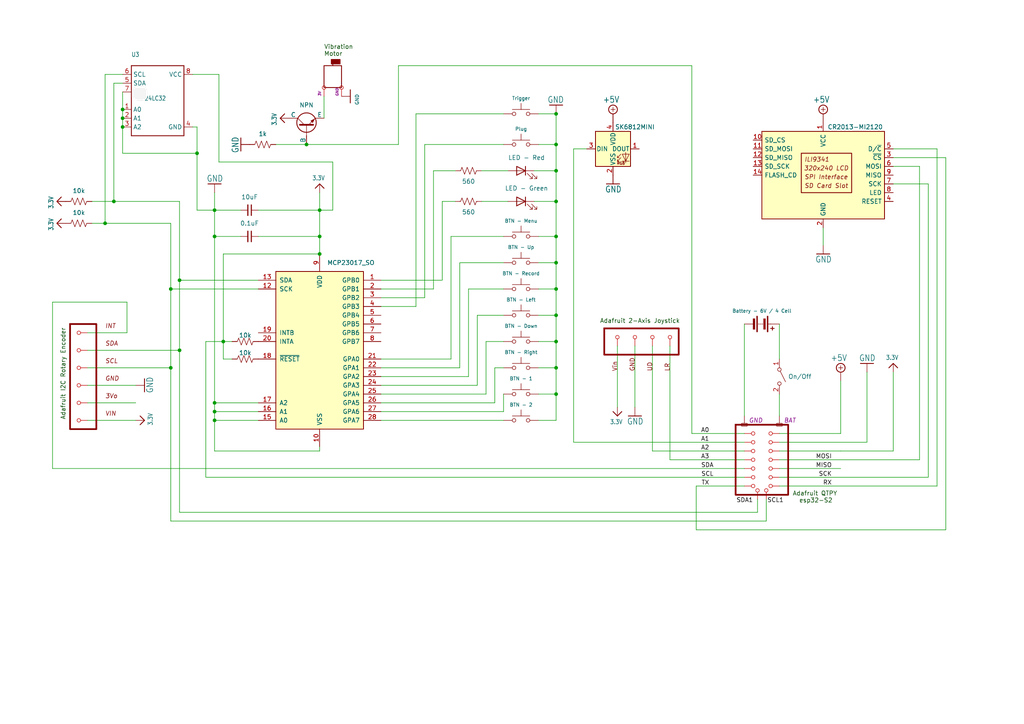
<source format=kicad_sch>
(kicad_sch (version 20230121) (generator eeschema)
  (paper "A4")
  (title_block (title "Wattson Heirloom") (date "2024-03-12") (rev "X") (company "Zane Bauman") (comment 1 "https://github.com/zbauman3/wattson-heirloom"))
  (lib_symbols
    (symbol "Adafruit HaD Proto HAT rev A-eagle-import:EEPROM_I2C_SOIC8_GENERIC"
      (property "Reference" "U" (at -7.62 12.7 0))
      (symbol "EEPROM_I2C_SOIC8_GENERIC_1_0"
        (polyline (pts (xy -7.62 -10.16) (xy -7.62 10.16)) (stroke (width 0.254)))
        (polyline (pts (xy -7.62 10.16) (xy 7.62 10.16)) (stroke (width 0.254)))
        (polyline (pts (xy 7.62 -10.16) (xy -7.62 -10.16)) (stroke (width 0.254)))
        (polyline (pts (xy 7.62 10.16) (xy 7.62 -10.16)) (stroke (width 0.254)))
        (pin input line (at -10.16 -2.54 0) (length 2.54) (name "A0") (number "1"))
        (pin input line (at -10.16 -5.08 0) (length 2.54) (name "A1") (number "2"))
        (pin input line (at -10.16 -7.62 0) (length 2.54) (name "A2") (number "3"))
        (pin power_in line (at 10.16 -7.62 180) (length 2.54) (name "GND") (number "4"))
        (pin bidirectional line (at -10.16 5.08 0) (length 2.54) (name "SDA") (number "5"))
        (pin input line (at -10.16 7.62 0) (length 2.54) (name "SCL") (number "6"))
        (pin input line (at -10.16 2.54 0) (length 2.54) (name "WP") (number "7"))
        (pin power_in line (at 10.16 7.62 180) (length 2.54) (name "VCC") (number "8"))
      )
    )
    (symbol "Adafruit QT Py ESP32-C3-eagle-import:+5V" (power)
      (property "Value" "+5V" (at -1.905 3.175 0))
      (symbol "+5V_1_0"
        (polyline (pts (xy -0.635 1.27) (xy 0.635 1.27)) (stroke (width 0.1524)))
        (polyline (pts (xy 0 0.635) (xy 0 1.905)) (stroke (width 0.1524)))
        (circle (center 0 1.27) (radius 1.27) (stroke (width 0.254)))
        (pin power_in line (at 0 -2.54 90) (length 2.54) (name "+5V") (number "1"))
      )
    )
    (symbol "Adafruit QT Py ESP32-C3-eagle-import:3.3V" (power)
      (property "Value" "3.3V" (at -1.524 1.016 0))
      (symbol "3.3V_1_0"
        (polyline (pts (xy -1.27 -1.27) (xy 0 0)) (stroke (width 0.254)))
        (polyline (pts (xy 0 0) (xy 1.27 -1.27)) (stroke (width 0.254)))
        (pin power_in line (at 0 -2.54 90) (length 2.54) (name "3.3V") (number "1"))
      )
    )
    (symbol "Adafruit QT Py ESP32-C3-eagle-import:GND" (power)
      (property "Value" "GND" (at -2.54 -2.54 0))
      (symbol "GND_1_0"
        (polyline (pts (xy -1.905 0) (xy 1.905 0)) (stroke (width 0.254)))
        (pin power_in line (at 0 2.54 270) (length 2.54) (name "GND") (number "1"))
      )
    )
    (symbol "Device:Battery" (pin_numbers hide) (pin_names (offset 0) hide)
      (property "Reference" "BT" (at 2.54 2.54 0))
      (property "Value" "Battery" (at 2.54 0 0))
      (symbol "Battery_0_1"
        (rectangle (start -2.286 -1.27) (end 2.286 -1.524) (fill (type outline)))
        (rectangle (start -2.286 1.778) (end 2.286 1.524) (fill (type outline)))
        (rectangle (start -1.524 -2.032) (end 1.524 -2.54) (fill (type outline)))
        (rectangle (start -1.524 1.016) (end 1.524 0.508) (fill (type outline)))
        (polyline (pts (xy 0 -1.016) (xy 0 -0.762)))
        (polyline (pts (xy 0 -0.508) (xy 0 -0.254)))
        (polyline (pts (xy 0 0) (xy 0 0.254)))
        (polyline (pts (xy 0 1.778) (xy 0 2.54)))
        (polyline (pts (xy 0.762 3.048) (xy 1.778 3.048)) (stroke (width 0.254)))
        (polyline (pts (xy 1.27 3.556) (xy 1.27 2.54)) (stroke (width 0.254)))
      )
      (symbol "Battery_1_1"
        (pin passive line (at 0 5.08 270) (length 2.54) (name "+") (number "1"))
        (pin passive line (at 0 -5.08 90) (length 2.54) (name "-") (number "2"))
      )
    )
    (symbol "Device:C_Small" (pin_numbers hide) (pin_names (offset 0.254) hide)
      (property "Reference" "C" (at 0.254 1.778 0))
      (property "Value" "C_Small" (at 0.254 -2.032 0))
      (symbol "C_Small_0_1"
        (polyline (pts (xy -1.524 -0.508) (xy 1.524 -0.508)) (stroke (width 0.3302)))
        (polyline (pts (xy -1.524 0.508) (xy 1.524 0.508)) (stroke (width 0.3048)))
      )
      (symbol "C_Small_1_1"
        (pin passive line (at 0 2.54 270) (length 2.032) (name "~") (number "1"))
        (pin passive line (at 0 -2.54 90) (length 2.032) (name "~") (number "2"))
      )
    )
    (symbol "Device:LED" (pin_numbers hide) (pin_names (offset 1.016) hide)
      (property "Reference" "D" (at 0 2.54 0))
      (property "Value" "LED" (at 0 -2.54 0))
      (symbol "LED_0_1"
        (polyline (pts (xy -1.27 -1.27) (xy -1.27 1.27)) (stroke (width 0.254)))
        (polyline (pts (xy -1.27 0) (xy 1.27 0)))
        (polyline (pts (xy 1.27 -1.27) (xy 1.27 1.27) (xy -1.27 0) (xy 1.27 -1.27)) (stroke (width 0.254)))
        (polyline (pts (xy -3.048 -0.762) (xy -4.572 -2.286) (xy -3.81 -2.286) (xy -4.572 -2.286) (xy -4.572 -1.524)))
        (polyline (pts (xy -1.778 -0.762) (xy -3.302 -2.286) (xy -2.54 -2.286) (xy -3.302 -2.286) (xy -3.302 -1.524)))
      )
      (symbol "LED_1_1"
        (pin passive line (at -3.81 0 0) (length 2.54) (name "K") (number "1"))
        (pin passive line (at 3.81 0 180) (length 2.54) (name "A") (number "2"))
      )
    )
    (symbol "Device:R_US" (pin_numbers hide) (pin_names (offset 0))
      (property "Reference" "R" (at 2.54 0 90))
      (property "Value" "R_US" (at -2.54 0 90))
      (symbol "R_US_0_1"
        (polyline (pts (xy 0 -2.286) (xy 0 -2.54)))
        (polyline (pts (xy 0 2.286) (xy 0 2.54)))
        (polyline (pts (xy 0 -0.762) (xy 1.016 -1.143) (xy 0 -1.524) (xy -1.016 -1.905) (xy 0 -2.286)))
        (polyline (pts (xy 0 0.762) (xy 1.016 0.381) (xy 0 0) (xy -1.016 -0.381) (xy 0 -0.762)))
        (polyline (pts (xy 0 2.286) (xy 1.016 1.905) (xy 0 1.524) (xy -1.016 1.143) (xy 0 0.762)))
      )
      (symbol "R_US_1_1"
        (pin passive line (at 0 3.81 270) (length 1.27) (name "~") (number "1"))
        (pin passive line (at 0 -3.81 90) (length 1.27) (name "~") (number "2"))
      )
    )
    (symbol "Driver_Display:CR2013-MI2120" (pin_names (offset 0.762))
      (property "Reference" "U" (at -17.526 13.97 0))
      (property "Value" "CR2013-MI2120" (at 1.905 13.97 0))
      (symbol "CR2013-MI2120_0_0"
        (text "320x240 LCD" (at 0.889 2.032 0) (effects (font (size 1.27 1.27) italic)))
        (text "ILI9341" (at -5.461 4.572 0) (effects (font (size 1.27 1.27) italic) (justify left)))
        (text "SD Card Slot" (at -5.461 -3.048 0) (effects (font (size 1.27 1.27) italic) (justify left)))
        (text "SPI Interface" (at -5.461 -0.508 0) (effects (font (size 1.27 1.27) italic) (justify left)))
      )
      (symbol "CR2013-MI2120_0_1"
        (rectangle (start -17.78 12.7) (end 17.78 -12.7) (stroke (width 0.254)) (fill (type background)))
        (rectangle (start -6.35 6.35) (end 8.255 -5.08) (stroke (width 0.254)))
      )
      (symbol "CR2013-MI2120_1_1"
        (pin power_in line (at 0 15.24 270) (length 2.54) (name "VCC") (number "1"))
        (pin input line (at -20.32 10.16 0) (length 2.54) (name "SD_CS") (number "10"))
        (pin input line (at -20.32 7.62 0) (length 2.54) (name "SD_MOSI") (number "11"))
        (pin output line (at -20.32 5.08 0) (length 2.54) (name "SD_MISO") (number "12"))
        (pin input line (at -20.32 2.54 0) (length 2.54) (name "SD_SCK") (number "13"))
        (pin input line (at -20.32 0 0) (length 2.54) (name "FLASH_CD") (number "14"))
        (pin power_in line (at 0 -15.24 90) (length 2.54) (name "GND") (number "2"))
        (pin input line (at 20.32 5.08 180) (length 2.54) (name "~{CS}") (number "3"))
        (pin input line (at 20.32 -7.62 180) (length 2.54) (name "RESET") (number "4"))
        (pin input line (at 20.32 7.62 180) (length 2.54) (name "D/~{C}") (number "5"))
        (pin input line (at 20.32 2.54 180) (length 2.54) (name "MOSI") (number "6"))
        (pin input line (at 20.32 -2.54 180) (length 2.54) (name "SCK") (number "7"))
        (pin input line (at 20.32 -5.08 180) (length 2.54) (name "LED") (number "8"))
        (pin output line (at 20.32 0 180) (length 2.54) (name "MISO") (number "9"))
      )
    )
    (symbol "Interface_Expansion:MCP23017_SO" (pin_names (offset 1.016))
      (property "Reference" "U" (at -11.43 24.13 0))
      (property "Value" "MCP23017_SO" (at 0 0 0))
      (symbol "MCP23017_SO_0_1"
        (rectangle (start -12.7 22.86) (end 12.7 -22.86) (stroke (width 0.254)) (fill (type background)))
      )
      (symbol "MCP23017_SO_1_1"
        (pin bidirectional line (at 17.78 20.32 180) (length 5.08) (name "GPB0") (number "1"))
        (pin power_in line (at 0 -27.94 90) (length 5.08) (name "VSS") (number "10"))
        (pin no_connect line (at -12.7 15.24 0) (length 5.08) hide (name "NC") (number "11"))
        (pin input line (at -17.78 17.78 0) (length 5.08) (name "SCK") (number "12"))
        (pin bidirectional line (at -17.78 20.32 0) (length 5.08) (name "SDA") (number "13"))
        (pin no_connect line (at -12.7 12.7 0) (length 5.08) hide (name "NC") (number "14"))
        (pin input line (at -17.78 -20.32 0) (length 5.08) (name "A0") (number "15"))
        (pin input line (at -17.78 -17.78 0) (length 5.08) (name "A1") (number "16"))
        (pin input line (at -17.78 -15.24 0) (length 5.08) (name "A2") (number "17"))
        (pin input line (at -17.78 -2.54 0) (length 5.08) (name "~{RESET}") (number "18"))
        (pin tri_state line (at -17.78 5.08 0) (length 5.08) (name "INTB") (number "19"))
        (pin bidirectional line (at 17.78 17.78 180) (length 5.08) (name "GPB1") (number "2"))
        (pin tri_state line (at -17.78 2.54 0) (length 5.08) (name "INTA") (number "20"))
        (pin bidirectional line (at 17.78 -2.54 180) (length 5.08) (name "GPA0") (number "21"))
        (pin bidirectional line (at 17.78 -5.08 180) (length 5.08) (name "GPA1") (number "22"))
        (pin bidirectional line (at 17.78 -7.62 180) (length 5.08) (name "GPA2") (number "23"))
        (pin bidirectional line (at 17.78 -10.16 180) (length 5.08) (name "GPA3") (number "24"))
        (pin bidirectional line (at 17.78 -12.7 180) (length 5.08) (name "GPA4") (number "25"))
        (pin bidirectional line (at 17.78 -15.24 180) (length 5.08) (name "GPA5") (number "26"))
        (pin bidirectional line (at 17.78 -17.78 180) (length 5.08) (name "GPA6") (number "27"))
        (pin bidirectional line (at 17.78 -20.32 180) (length 5.08) (name "GPA7") (number "28"))
        (pin bidirectional line (at 17.78 15.24 180) (length 5.08) (name "GPB2") (number "3"))
        (pin bidirectional line (at 17.78 12.7 180) (length 5.08) (name "GPB3") (number "4"))
        (pin bidirectional line (at 17.78 10.16 180) (length 5.08) (name "GPB4") (number "5"))
        (pin bidirectional line (at 17.78 7.62 180) (length 5.08) (name "GPB5") (number "6"))
        (pin bidirectional line (at 17.78 5.08 180) (length 5.08) (name "GPB6") (number "7"))
        (pin bidirectional line (at 17.78 2.54 180) (length 5.08) (name "GPB7") (number "8"))
        (pin power_in line (at 0 27.94 270) (length 5.08) (name "VDD") (number "9"))
      )
    )
    (symbol "LED:SK6812MINI" (pin_names (offset 0.254))
      (property "Reference" "D" (at 5.08 5.715 0))
      (property "Value" "SK6812MINI" (at 1.27 -5.715 0))
      (symbol "SK6812MINI_0_0"
        (text "RGB" (at 2.286 -4.191 0) (effects (font (size 0.762 0.762))))
      )
      (symbol "SK6812MINI_0_1"
        (polyline (pts (xy 1.27 -3.556) (xy 1.778 -3.556)))
        (polyline (pts (xy 1.27 -2.54) (xy 1.778 -2.54)))
        (polyline (pts (xy 4.699 -3.556) (xy 2.667 -3.556)))
        (polyline (pts (xy 2.286 -2.54) (xy 1.27 -3.556) (xy 1.27 -3.048)))
        (polyline (pts (xy 2.286 -1.524) (xy 1.27 -2.54) (xy 1.27 -2.032)))
        (polyline (pts (xy 3.683 -1.016) (xy 3.683 -3.556) (xy 3.683 -4.064)))
        (polyline (pts (xy 4.699 -1.524) (xy 2.667 -1.524) (xy 3.683 -3.556) (xy 4.699 -1.524)))
        (rectangle (start 5.08 5.08) (end -5.08 -5.08) (stroke (width 0.254)) (fill (type background)))
      )
      (symbol "SK6812MINI_1_1"
        (pin output line (at 7.62 0 180) (length 2.54) (name "DOUT") (number "1"))
        (pin power_in line (at 0 -7.62 90) (length 2.54) (name "VSS") (number "2"))
        (pin input line (at -7.62 0 0) (length 2.54) (name "DIN") (number "3"))
        (pin power_in line (at 0 7.62 270) (length 2.54) (name "VDD") (number "4"))
      )
    )
    (symbol "Simulation_SPICE:NPN" (pin_numbers hide) (pin_names (offset 0))
      (property "Reference" "Q" (at -2.54 7.62 0))
      (property "Value" "NPN" (at -2.54 5.08 0))
      (symbol "NPN_0_1"
        (polyline (pts (xy -2.54 0) (xy 0.635 0)) (stroke (width 0.1524)))
        (polyline (pts (xy 0.635 0.635) (xy 2.54 2.54)))
        (polyline (pts (xy 2.794 -1.27) (xy 2.794 -1.27)) (stroke (width 0.1524)))
        (polyline (pts (xy 2.794 -1.27) (xy 2.794 -1.27)) (stroke (width 0.1524)))
        (polyline (pts (xy 0.635 -0.635) (xy 2.54 -2.54) (xy 2.54 -2.54)))
        (polyline (pts (xy 0.635 1.905) (xy 0.635 -1.905) (xy 0.635 -1.905)) (stroke (width 0.508)))
        (polyline (pts (xy 1.27 -1.778) (xy 1.778 -1.27) (xy 2.286 -2.286) (xy 1.27 -1.778) (xy 1.27 -1.778)) (fill (type outline)))
        (circle (center 1.27 0) (radius 2.8194) (stroke (width 0.254)))
      )
      (symbol "NPN_1_1"
        (pin open_collector line (at 2.54 5.08 270) (length 2.54) (name "C") (number "1"))
        (pin input line (at -5.08 0 0) (length 2.54) (name "B") (number "2"))
        (pin open_emitter line (at 2.54 -5.08 90) (length 2.54) (name "E") (number "3"))
      )
    )
    (symbol "Switch:SW_Push" (pin_numbers hide) (pin_names (offset 1.016) hide)
      (property "Reference" "SW" (at 1.27 2.54 0))
      (property "Value" "SW_Push" (at 0 -1.524 0))
      (symbol "SW_Push_0_1"
        (circle (center -2.032 0) (radius 0.508))
        (polyline (pts (xy 0 1.27) (xy 0 3.048)))
        (polyline (pts (xy 2.54 1.27) (xy -2.54 1.27)))
        (circle (center 2.032 0) (radius 0.508))
        (pin passive line (at -5.08 0 0) (length 2.54) (name "1") (number "1"))
        (pin passive line (at 5.08 0 180) (length 2.54) (name "2") (number "2"))
      )
    )
    (symbol "Switch:SW_SPST" (pin_names (offset 0) hide)
      (property "Reference" "SW" (at 0 3.175 0))
      (property "Value" "SW_SPST" (at 0 -2.54 0))
      (symbol "SW_SPST_0_0"
        (circle (center -2.032 0) (radius 0.508))
        (polyline (pts (xy -1.524 0.254) (xy 1.524 1.778)))
        (circle (center 2.032 0) (radius 0.508))
      )
      (symbol "SW_SPST_1_1"
        (pin passive line (at -5.08 0 0) (length 2.54) (name "A") (number "1"))
        (pin passive line (at 5.08 0 180) (length 2.54) (name "B") (number "2"))
      )
    )
  )
  (junction (at 52.07 101.6))
  (junction (at 52.07 81.28))
  (junction (at 92.71 68.58))
  (junction (at 49.53 83.82))
  (junction (at 92.71 60.96))
  (junction (at 161.29 76.2))
  (junction (at 62.23 121.92))
  (junction (at 161.29 106.68))
  (junction (at 161.29 99.06))
  (junction (at 30.48 64.77))
  (junction (at 62.23 119.38))
  (junction (at 161.29 33.02))
  (junction (at 33.02 58.42))
  (junction (at 161.29 83.82))
  (junction (at 62.23 68.58))
  (junction (at 161.29 58.42))
  (junction (at 35.56 34.29))
  (junction (at 161.29 68.58))
  (junction (at 62.23 116.84))
  (junction (at 62.23 60.96))
  (junction (at 161.29 114.3))
  (junction (at 88.9 41.91))
  (junction (at 92.71 73.66))
  (junction (at 49.53 106.68))
  (junction (at 35.56 36.83))
  (junction (at 161.29 91.44))
  (junction (at 35.56 31.75))
  (junction (at 57.15 44.45))
  (junction (at 64.77 99.06))
  (junction (at 161.29 49.53))
  (junction (at 161.29 41.91))
  (wire (pts (xy 35.56 21.59) (xy 30.48 21.59)))
  (wire (pts (xy 115.57 41.91) (xy 115.57 19.05)))
  (wire (pts (xy 161.29 99.06) (xy 161.29 91.44)))
  (wire (pts (xy 74.93 68.58) (xy 92.71 68.58)))
  (wire (pts (xy 33.02 24.13) (xy 33.02 58.42)))
  (wire (pts (xy 92.71 60.96) (xy 92.71 68.58)))
  (wire (pts (xy 179.07 100.33) (xy 179.07 118.11)))
  (wire (pts (xy 25.4 116.84) (xy 39.37 116.84)))
  (wire (pts (xy 57.15 44.45) (xy 57.15 60.96)))
  (wire (pts (xy 251.46 107.95) (xy 251.46 128.27)) (stroke (width 0.1524)))
  (wire (pts (xy 25.4 111.76) (xy 39.37 111.76)))
  (wire (pts (xy 161.29 83.82) (xy 161.29 76.2)))
  (wire (pts (xy 201.93 140.97) (xy 215.9 140.97)))
  (wire (pts (xy 161.29 68.58) (xy 161.29 76.2)))
  (wire (pts (xy 201.93 140.97) (xy 201.93 153.67)))
  (wire (pts (xy 35.56 31.75) (xy 35.56 34.29)) (stroke (width 0.1524)))
  (wire (pts (xy 35.56 24.13) (xy 33.02 24.13)))
  (wire (pts (xy 63.5 46.99) (xy 96.52 46.99)))
  (wire (pts (xy 274.32 153.67) (xy 274.32 45.72)) (stroke (width 0.1524)))
  (wire (pts (xy 156.21 121.92) (xy 161.29 121.92)))
  (wire (pts (xy 154.94 58.42) (xy 161.29 58.42)))
  (wire (pts (xy 64.77 104.14) (xy 64.77 99.06)))
  (wire (pts (xy 62.23 121.92) (xy 74.93 121.92)))
  (wire (pts (xy 35.56 34.29) (xy 35.56 36.83)) (stroke (width 0.1524)))
  (wire (pts (xy 62.23 121.92) (xy 62.23 130.81)))
  (wire (pts (xy 62.23 119.38) (xy 74.93 119.38)))
  (wire (pts (xy 189.23 100.33) (xy 189.23 130.81)))
  (wire (pts (xy 110.49 88.9) (xy 120.65 88.9)))
  (wire (pts (xy 62.23 55.88) (xy 62.23 60.96)))
  (wire (pts (xy 110.49 121.92) (xy 146.05 121.92)))
  (wire (pts (xy 52.07 58.42) (xy 52.07 81.28)))
  (wire (pts (xy 219.71 148.59) (xy 219.71 144.78)))
  (wire (pts (xy 49.53 64.77) (xy 30.48 64.77)))
  (wire (pts (xy 80.01 41.91) (xy 88.9 41.91)))
  (wire (pts (xy 92.71 68.58) (xy 92.71 73.66)))
  (wire (pts (xy 110.49 83.82) (xy 125.73 83.82)))
  (wire (pts (xy 25.4 101.6) (xy 52.07 101.6)))
  (wire (pts (xy 30.48 64.77) (xy 26.67 64.77)))
  (wire (pts (xy 52.07 81.28) (xy 52.07 101.6)))
  (wire (pts (xy 128.27 81.28) (xy 128.27 58.42)))
  (wire (pts (xy 25.4 96.52) (xy 36.83 96.52)))
  (wire (pts (xy 130.81 68.58) (xy 146.05 68.58)))
  (wire (pts (xy 201.93 153.67) (xy 203.2 153.67)))
  (wire (pts (xy 271.78 140.97) (xy 271.78 43.18)) (stroke (width 0.1524)))
  (wire (pts (xy 226.06 133.35) (xy 266.7 133.35)) (stroke (width 0.1524)))
  (wire (pts (xy 226.06 125.73) (xy 243.84 125.73)) (stroke (width 0.1524)))
  (wire (pts (xy 96.52 60.96) (xy 92.71 60.96)))
  (wire (pts (xy 36.83 96.52) (xy 36.83 87.63)))
  (wire (pts (xy 259.08 107.95) (xy 259.08 130.81)))
  (wire (pts (xy 146.05 119.38) (xy 110.49 119.38)))
  (wire (pts (xy 138.43 111.76) (xy 110.49 111.76)))
  (wire (pts (xy 52.07 148.59) (xy 219.71 148.59)))
  (wire (pts (xy 140.97 99.06) (xy 140.97 114.3)))
  (wire (pts (xy 146.05 76.2) (xy 133.35 76.2)))
  (wire (pts (xy 92.71 55.88) (xy 92.71 60.96)))
  (wire (pts (xy 226.06 93.98) (xy 226.06 104.14)))
  (wire (pts (xy 93.98 27.94) (xy 93.98 34.29)))
  (wire (pts (xy 203.2 153.67) (xy 274.32 153.67)) (stroke (width 0.1524)))
  (wire (pts (xy 63.5 21.59) (xy 63.5 46.99)))
  (wire (pts (xy 161.29 58.42) (xy 161.29 68.58)))
  (wire (pts (xy 57.15 36.83) (xy 57.15 44.45)))
  (wire (pts (xy 62.23 130.81) (xy 92.71 130.81)))
  (wire (pts (xy 133.35 76.2) (xy 133.35 106.68)))
  (wire (pts (xy 125.73 49.53) (xy 132.08 49.53)))
  (wire (pts (xy 74.93 60.96) (xy 92.71 60.96)))
  (wire (pts (xy 123.19 86.36) (xy 123.19 41.91)))
  (wire (pts (xy 64.77 99.06) (xy 67.31 99.06)))
  (wire (pts (xy 243.84 110.49) (xy 243.84 125.73)) (stroke (width 0.1524)))
  (wire (pts (xy 49.53 106.68) (xy 49.53 151.13)))
  (wire (pts (xy 156.21 83.82) (xy 161.29 83.82)))
  (wire (pts (xy 92.71 130.81) (xy 92.71 129.54)))
  (wire (pts (xy 130.81 68.58) (xy 130.81 104.14)))
  (wire (pts (xy 161.29 114.3) (xy 161.29 121.92)))
  (wire (pts (xy 146.05 114.3) (xy 146.05 119.38)))
  (wire (pts (xy 57.15 60.96) (xy 62.23 60.96)))
  (wire (pts (xy 120.65 33.02) (xy 146.05 33.02)))
  (wire (pts (xy 156.21 76.2) (xy 161.29 76.2)))
  (wire (pts (xy 215.9 138.43) (xy 59.69 138.43)))
  (wire (pts (xy 266.7 133.35) (xy 266.7 48.26)) (stroke (width 0.1524)))
  (wire (pts (xy 138.43 91.44) (xy 138.43 111.76)))
  (wire (pts (xy 146.05 99.06) (xy 140.97 99.06)))
  (wire (pts (xy 269.24 53.34) (xy 259.08 53.34)) (stroke (width 0.1524)))
  (wire (pts (xy 115.57 19.05) (xy 200.66 19.05)))
  (wire (pts (xy 49.53 151.13) (xy 222.25 151.13)))
  (wire (pts (xy 62.23 60.96) (xy 62.23 68.58)))
  (wire (pts (xy 52.07 58.42) (xy 33.02 58.42)))
  (wire (pts (xy 49.53 83.82) (xy 74.93 83.82)))
  (wire (pts (xy 125.73 83.82) (xy 125.73 49.53)))
  (wire (pts (xy 110.49 109.22) (xy 135.89 109.22)))
  (wire (pts (xy 64.77 73.66) (xy 64.77 99.06)))
  (wire (pts (xy 62.23 116.84) (xy 62.23 119.38)))
  (wire (pts (xy 271.78 43.18) (xy 259.08 43.18)) (stroke (width 0.1524)))
  (wire (pts (xy 161.29 106.68) (xy 161.29 114.3)))
  (wire (pts (xy 49.53 64.77) (xy 49.53 83.82)))
  (wire (pts (xy 156.21 68.58) (xy 161.29 68.58)))
  (wire (pts (xy 64.77 73.66) (xy 92.71 73.66)))
  (wire (pts (xy 156.21 41.91) (xy 161.29 41.91)))
  (wire (pts (xy 110.49 104.14) (xy 130.81 104.14)))
  (wire (pts (xy 52.07 101.6) (xy 52.07 148.59)))
  (wire (pts (xy 161.29 41.91) (xy 161.29 49.53)))
  (wire (pts (xy 161.29 106.68) (xy 161.29 99.06)))
  (wire (pts (xy 110.49 86.36) (xy 123.19 86.36)))
  (wire (pts (xy 226.06 130.81) (xy 243.84 130.81)) (stroke (width 0.1524)))
  (wire (pts (xy 161.29 49.53) (xy 161.29 58.42)))
  (wire (pts (xy 156.21 91.44) (xy 161.29 91.44)))
  (wire (pts (xy 215.9 93.98) (xy 215.9 120.65)))
  (wire (pts (xy 226.06 140.97) (xy 271.78 140.97)) (stroke (width 0.1524)))
  (wire (pts (xy 25.4 121.92) (xy 39.37 121.92)))
  (wire (pts (xy 143.51 106.68) (xy 146.05 106.68)))
  (wire (pts (xy 215.9 133.35) (xy 194.31 133.35)))
  (wire (pts (xy 154.94 49.53) (xy 161.29 49.53)))
  (wire (pts (xy 226.06 135.89) (xy 243.84 135.89)) (stroke (width 0.1524)))
  (wire (pts (xy 96.52 46.99) (xy 96.52 60.96)))
  (wire (pts (xy 55.88 21.59) (xy 63.5 21.59)))
  (wire (pts (xy 59.69 99.06) (xy 64.77 99.06)))
  (wire (pts (xy 143.51 116.84) (xy 143.51 106.68)))
  (wire (pts (xy 49.53 83.82) (xy 49.53 106.68)))
  (wire (pts (xy 269.24 138.43) (xy 269.24 53.34)) (stroke (width 0.1524)))
  (wire (pts (xy 140.97 114.3) (xy 110.49 114.3)))
  (wire (pts (xy 161.29 91.44) (xy 161.29 83.82)))
  (wire (pts (xy 156.21 99.06) (xy 161.29 99.06)))
  (wire (pts (xy 226.06 138.43) (xy 269.24 138.43)) (stroke (width 0.1524)))
  (wire (pts (xy 156.21 33.02) (xy 161.29 33.02)))
  (wire (pts (xy 62.23 68.58) (xy 62.23 116.84)))
  (wire (pts (xy 222.25 151.13) (xy 222.25 144.78)))
  (wire (pts (xy 200.66 19.05) (xy 200.66 125.73)))
  (wire (pts (xy 200.66 125.73) (xy 215.9 125.73)))
  (wire (pts (xy 52.07 81.28) (xy 74.93 81.28)))
  (wire (pts (xy 15.24 87.63) (xy 15.24 135.89)))
  (wire (pts (xy 88.9 41.91) (xy 115.57 41.91)))
  (wire (pts (xy 33.02 58.42) (xy 26.67 58.42)))
  (wire (pts (xy 161.29 33.02) (xy 161.29 41.91)))
  (wire (pts (xy 156.21 106.68) (xy 161.29 106.68)))
  (wire (pts (xy 226.06 114.3) (xy 226.06 120.65)))
  (wire (pts (xy 35.56 44.45) (xy 57.15 44.45)) (stroke (width 0.1524)))
  (wire (pts (xy 128.27 58.42) (xy 132.08 58.42)))
  (wire (pts (xy 166.37 128.27) (xy 166.37 43.18)))
  (wire (pts (xy 166.37 43.18) (xy 170.18 43.18)))
  (wire (pts (xy 59.69 99.06) (xy 59.69 138.43)))
  (wire (pts (xy 139.7 49.53) (xy 147.32 49.53)))
  (wire (pts (xy 184.15 100.33) (xy 184.15 118.11)))
  (wire (pts (xy 189.23 130.81) (xy 215.9 130.81)))
  (wire (pts (xy 139.7 58.42) (xy 147.32 58.42)))
  (wire (pts (xy 215.9 128.27) (xy 166.37 128.27)))
  (wire (pts (xy 266.7 48.26) (xy 259.08 48.26)) (stroke (width 0.1524)))
  (wire (pts (xy 36.83 87.63) (xy 15.24 87.63)))
  (wire (pts (xy 135.89 83.82) (xy 146.05 83.82)))
  (wire (pts (xy 30.48 21.59) (xy 30.48 64.77)))
  (wire (pts (xy 226.06 128.27) (xy 251.46 128.27)) (stroke (width 0.1524)))
  (wire (pts (xy 64.77 104.14) (xy 67.31 104.14)))
  (wire (pts (xy 120.65 88.9) (xy 120.65 33.02)))
  (wire (pts (xy 110.49 81.28) (xy 128.27 81.28)))
  (wire (pts (xy 259.08 130.81) (xy 243.84 130.81)))
  (wire (pts (xy 62.23 68.58) (xy 69.85 68.58)))
  (wire (pts (xy 146.05 91.44) (xy 138.43 91.44)))
  (wire (pts (xy 35.56 36.83) (xy 35.56 44.45)) (stroke (width 0.1524)))
  (wire (pts (xy 135.89 109.22) (xy 135.89 83.82)))
  (wire (pts (xy 238.76 66.04) (xy 238.76 71.12)))
  (wire (pts (xy 62.23 119.38) (xy 62.23 121.92)))
  (wire (pts (xy 123.19 41.91) (xy 146.05 41.91)))
  (wire (pts (xy 55.88 36.83) (xy 57.15 36.83)))
  (wire (pts (xy 25.4 106.68) (xy 49.53 106.68)))
  (wire (pts (xy 35.56 26.67) (xy 35.56 31.75)))
  (wire (pts (xy 274.32 45.72) (xy 259.08 45.72)) (stroke (width 0.1524)))
  (wire (pts (xy 110.49 116.84) (xy 143.51 116.84)))
  (wire (pts (xy 62.23 116.84) (xy 74.93 116.84)))
  (wire (pts (xy 156.21 114.3) (xy 161.29 114.3)))
  (wire (pts (xy 194.31 100.33) (xy 194.31 133.35)))
  (wire (pts (xy 110.49 106.68) (xy 133.35 106.68)))
  (wire (pts (xy 15.24 135.89) (xy 215.9 135.89)))
  (wire (pts (xy 62.23 60.96) (xy 69.85 60.96)))
  (rectangle (start 99.06 24.13) (end 99.06 24.13))
  (rectangle (start 39.9897 26.5004) (end 41.2597 27.7704) (stroke (width 3) (color 244 244 244 1)))
  (rectangle (start 20.32 93.98) (end 27.94 124.46) (stroke (width 0.5) (color 132 0 0 1)))
  (rectangle (start 213.36 123.19) (end 228.6 143.51) (stroke (width 0.5) (color 132 0 0 1)))
  (rectangle (start 175.26 95.25) (end 196.85 102.87) (stroke (width 0.5) (color 132 0 0 1)))
  (rectangle (start 96.52 17.78) (end 96.52 19.05) (stroke (width 0.25) (color 132 0 0 1)) (fill (type color) (color 132 0 0 1)))
  (rectangle (start 93.98 19.05) (end 99.06 25.4) (stroke (width 0.25) (color 132 0 0 1)))
  (rectangle (start 96.0954 17.2563) (end 98.6354 18.5263) (stroke (width 0.25) (color 132 0 0 1)) (fill (type color) (color 132 0 0 1)))
  (text "Adafruit 2-Axis Joystick" (at 173.99 93.98 0) (effects (font (size 1.25 1.25)) (justify left bottom)))
  (text "LR" (at 194.31 107.95 90) (effects (font (size 1.27 1.27)) (justify left bottom)))
  (text "Vibration\nMotor" (at 93.98 16.51 0) (effects (font (size 1.25 1.25)) (justify left bottom)))
  (text "Adafruit QTPY\n  esp32-S2" (at 229.87 146.05 0) (effects (font (size 1.25 1.25)) (justify left bottom)))
  (text "UD\n" (at 189.23 107.95 90) (effects (font (size 1.27 1.27)) (justify left bottom)))
  (text "GND" (at 184.15 107.95 90) (effects (font (size 1.27 1.27)) (justify left bottom)))
  (text "Vin" (at 179.07 107.95 90) (effects (font (size 1.27 1.27)) (justify left bottom)))
  (text "Adafruit I2C Rotary Encoder" (at 19.05 121.92 90) (effects (font (size 1.25 1.25)) (justify left bottom)))
  (label "MISO" (at 241.3 135.89 180) (effects (font (size 1.2446 1.2446))))
  (label "A2" (at 205.74 130.81 180) (effects (font (size 1.2446 1.2446))))
  (label "SDA1" (at 218.44 146.05 180) (effects (font (size 1.2446 1.2446))))
  (label "A1" (at 205.74 128.27 180) (effects (font (size 1.2446 1.2446))))
  (label "A3" (at 205.74 133.35 180) (effects (font (size 1.2446 1.2446))))
  (label "A0" (at 205.74 125.73 180) (effects (font (size 1.2446 1.2446))))
  (label "MOSI" (at 241.3 133.35 180) (effects (font (size 1.2446 1.2446))))
  (label "TX" (at 205.74 140.97 180) (effects (font (size 1.2446 1.2446))))
  (label "SCL1" (at 227.33 146.05 180) (effects (font (size 1.2446 1.2446))))
  (label "SDA" (at 207.01 135.89 180) (effects (font (size 1.2446 1.2446))))
  (label "SCL" (at 207.01 138.43 180) (effects (font (size 1.2446 1.2446))))
  (label "RX" (at 241.3 140.97 180) (effects (font (size 1.2446 1.2446))))
  (label "SCK" (at 241.3 138.43 180) (effects (font (size 1.2446 1.2446))))
  (netclass_flag "" (length 2.54) (shape round) (at 226.06 130.81 90))
  (netclass_flag "" (length 2.54) (shape round) (at 184.15 100.33 0))
  (netclass_flag "" (length 2.54) (shape round) (at 215.9 138.43 270))
  (netclass_flag "" (length 2.54) (shape round) (at 215.9 128.27 270))
  (netclass_flag "" (length 2.54) (shape round) (at 226.06 135.89 90))
  (netclass_flag "" (length 2.54) (shape round) (at 215.9 133.35 270))
  (netclass_flag "" (length 2.54) (shape round) (at 194.31 100.33 0))
  (netclass_flag "" (length 2.54) (shape round) (at 215.9 130.81 270))
  (netclass_flag "" (length 2.54) (shape round) (at 226.06 140.97 90))
  (netclass_flag "" (length 2.54) (shape round) (at 226.06 125.73 90))
  (netclass_flag "" (length 2.54) (shape round) (at 215.9 140.97 270))
  (netclass_flag "" (length 2.54) (shape round) (at 215.9 135.89 270))
  (netclass_flag "" (length 2.54) (shape round) (at 226.06 138.43 90))
  (netclass_flag "" (length 2.54) (shape round) (at 25.4 106.68 90) (property "Netclass" "SCL" (at 30.48 105.41 0) (effects (font italic) (justify left bottom))))
  (netclass_flag "" (length 2.54) (shape round) (at 25.4 111.76 90) (property "Netclass" "GND" (at 30.48 110.49 0) (effects (font italic) (justify left bottom))))
  (netclass_flag "" (length 2.54) (shape round) (at 189.23 100.33 0))
  (netclass_flag "" (length 2.54) (shape rectangle) (at 215.9 120.65 180) (property "Netclass" "GND" (at 217.17 121.92 0) (effects (font italic) (justify left))))
  (netclass_flag "" (length 2.54) (shape round) (at 179.07 100.33 0))
  (netclass_flag "" (length 2.54) (shape round) (at 25.4 101.6 90) (property "Netclass" "SDA" (at 30.48 100.33 0) (effects (font italic) (justify left bottom))))
  (netclass_flag "" (length 2.54) (shape round) (at 25.4 116.84 90) (property "Netclass" "3Vo" (at 30.48 115.57 0) (effects (font italic) (justify left bottom))))
  (netclass_flag "" (length 2.54) (shape rectangle) (at 226.06 120.65 180) (property "Netclass" "BAT" (at 227.33 121.92 0) (effects (font italic) (justify left))))
  (netclass_flag "" (length 2.54) (shape round) (at 226.06 133.35 90))
  (netclass_flag "" (length 2.54) (shape round) (at 93.98 27.94 0) (property "Name" "3V" (at 92.71 27.94 90) (effects (font (size 0.75 0.75) italic) (justify left))))
  (netclass_flag "" (length 2.54) (shape round) (at 25.4 96.52 90) (property "Netclass" "INT" (at 30.48 95.25 0) (effects (font italic) (justify left bottom))))
  (netclass_flag "" (length 2.54) (shape round) (at 226.06 128.27 90))
  (netclass_flag "" (length 2.54) (shape round) (at 219.71 144.78 0))
  (netclass_flag "" (length 2.54) (shape round) (at 99.06 27.94 0) (property "Name" "GND" (at 97.79 27.94 90) (effects (font (size 0.75 0.75) italic) (justify left))))
  (netclass_flag "" (length 2.54) (shape round) (at 215.9 125.73 270))
  (netclass_flag "" (length 2.54) (shape round) (at 222.25 144.78 0))
  (netclass_flag "" (length 2.54) (shape round) (at 25.4 121.92 90) (property "Netclass" "VIN" (at 30.48 120.65 0) (effects (font italic) (justify left bottom))))
  (symbol (lib_id "LED:SK6812MINI") (at 177.8 43.18 0) (unit 1)
    (property "Reference" "D1" (effects hide))
    (property "Value" "SK6812MINI" (at 184.15 36.83 0))
    (property "Footprint" "LED_SMD:LED_SK6812MINI_PLCC4_3.5x3.5mm_P1.75mm" (effects hide))
    (property "Datasheet" "https://cdn-shop.adafruit.com/product-files/2686/SK6812MINI_REV.01-1-2.pdf" (effects hide))
  )
  (symbol (lib_id "Adafruit HaD Proto HAT rev A-eagle-import:EEPROM_I2C_SOIC8_GENERIC") (at 45.72 29.21 0) (unit 1)
    (property "Reference" "U3" (at 38.1 16.51 0) (effects (font (size 1.27 1.0795)) (justify left bottom)))
    (property "Value" "24LC32" (at 41.91 29.21 0) (effects (font (size 1.27 1.0795)) (justify left bottom)))
    (property "Footprint" "Adafruit HaD Proto HAT rev A:SOIC8_150MIL" (effects hide))
  )
  (symbol (lib_id "Switch:SW_SPST") (at 226.06 109.22 270) (unit 1)
    (property "Reference" "SW11" (effects hide))
    (property "Value" "On/Off" (at 228.6 109.22 90) (effects (justify left)))
  )
  (symbol (lib_id "Adafruit QT Py ESP32-C3-eagle-import:3.3V") (at 259.08 105.41 0) (mirror y) (unit 1)
    (property "Reference" "#U$02" (effects hide))
    (property "Value" "3.3V" (at 260.604 104.394 0) (effects (font (size 1.27 1.0795)) (justify left bottom)))
  )
  (symbol (lib_id "Device:R_US") (at 22.86 58.42 90) (unit 1)
    (property "Reference" "R1" (effects hide))
    (property "Value" "10k" (at 22.86 54.61 90) (effects (justify bottom)))
  )
  (symbol (lib_id "Adafruit QT Py ESP32-C3-eagle-import:GND") (at 251.46 105.41 180) (unit 1)
    (property "Reference" "#GND02" (effects hide))
    (property "Value" "GND" (at 254 102.87 0) (effects (font (size 1.778 1.5113)) (justify left bottom)))
  )
  (symbol (lib_id "Interface_Expansion:MCP23017_SO") (at 92.71 101.6 0) (unit 1)
    (property "Reference" "U2" (effects hide))
    (property "Value" "MCP23017_SO" (at 94.9041 76.2 0) (effects (justify left)))
    (property "Footprint" "Package_SO:SOIC-28W_7.5x17.9mm_P1.27mm" (effects hide))
    (property "Datasheet" "http://ww1.microchip.com/downloads/en/DeviceDoc/20001952C.pdf" (effects hide))
  )
  (symbol (lib_id "Switch:SW_Push") (at 151.13 114.3 0) (unit 1)
    (property "Reference" "SW7" (effects hide))
    (property "Value" "BTN - 1" (at 151.13 109.22 0) (effects (font (size 1 1)) (justify top)))
  )
  (symbol (lib_id "Adafruit QT Py ESP32-C3-eagle-import:3.3V") (at 179.07 120.65 180) (unit 1)
    (property "Reference" "#U$06" (effects hide))
    (property "Value" "3.3V" (at 180.594 121.666 0) (effects (font (size 1.27 1.0795)) (justify left bottom)))
  )
  (symbol (lib_id "Device:LED") (at 151.13 58.42 0) (mirror y) (unit 1)
    (property "Reference" "D3" (effects hide))
    (property "Value" "LED - Green" (at 152.7175 54.61 0))
  )
  (symbol (lib_id "Switch:SW_Push") (at 151.13 106.68 0) (unit 1)
    (property "Reference" "SW5" (effects hide))
    (property "Value" "BTN - Right" (at 151.13 101.6 0) (effects (font (size 1 1)) (justify top)))
  )
  (symbol (lib_id "Switch:SW_Push") (at 151.13 83.82 0) (unit 1)
    (property "Reference" "SW2" (effects hide))
    (property "Value" "BTN - Record" (at 151.13 78.74 0) (effects (font (size 1 1)) (justify top)))
  )
  (symbol (lib_id "Adafruit QT Py ESP32-C3-eagle-import:3.3V") (at 81.28 34.29 90) (mirror x) (unit 1)
    (property "Reference" "#U$07" (effects hide))
    (property "Value" "3.3V" (at 80.264 32.766 0) (effects (font (size 1.27 1.0795)) (justify left bottom)))
  )
  (symbol (lib_id "Adafruit QT Py ESP32-C3-eagle-import:GND") (at 184.15 120.65 0) (mirror y) (unit 1)
    (property "Reference" "#GND06" (effects hide))
    (property "Value" "GND" (at 186.69 123.19 0) (effects (font (size 1.778 1.5113)) (justify left bottom)))
  )
  (symbol (lib_id "Adafruit QT Py ESP32-C3-eagle-import:GND") (at 101.6 27.94 90) (unit 1)
    (property "Reference" "#GND09" (effects hide))
    (property "Value" "GND" (at 104.14 30.48 0) (effects (font (size 1 1)) (justify left bottom)))
  )
  (symbol (lib_id "Adafruit QT Py ESP32-C3-eagle-import:3.3V") (at 16.51 58.42 90) (mirror x) (unit 1)
    (property "Reference" "#U$03" (effects hide))
    (property "Value" "3.3V" (at 15.494 56.896 0) (effects (font (size 1.27 1.0795)) (justify left bottom)))
  )
  (symbol (lib_id "Device:R_US") (at 135.89 49.53 270) (unit 1)
    (property "Reference" "R3" (effects hide))
    (property "Value" "560" (at 135.89 53.34 90) (effects (justify bottom)))
  )
  (symbol (lib_id "Adafruit QT Py ESP32-C3-eagle-import:3.3V") (at 92.71 53.34 0) (mirror y) (unit 1)
    (property "Reference" "#U$01" (effects hide))
    (property "Value" "3.3V" (at 94.234 52.324 0) (effects (font (size 1.27 1.0795)) (justify left bottom)))
  )
  (symbol (lib_id "Adafruit QT Py ESP32-C3-eagle-import:3.3V") (at 16.51 64.77 90) (mirror x) (unit 1)
    (property "Reference" "#U$04" (effects hide))
    (property "Value" "3.3V" (at 15.494 63.246 0) (effects (font (size 1.27 1.0795)) (justify left bottom)))
  )
  (symbol (lib_id "Device:C_Small") (at 72.39 60.96 270) (unit 1)
    (property "Reference" "C1" (effects hide))
    (property "Value" "10uF" (at 72.3836 57.15 90))
  )
  (symbol (lib_id "Device:R_US") (at 71.12 104.14 90) (unit 1)
    (property "Reference" "R5" (effects hide))
    (property "Value" "10k" (at 71.12 101.6 90) (effects (justify bottom)))
  )
  (symbol (lib_id "Device:R_US") (at 22.86 64.77 90) (unit 1)
    (property "Reference" "R2" (effects hide))
    (property "Value" "10k" (at 22.86 60.96 90) (effects (justify bottom)))
  )
  (symbol (lib_id "Adafruit QT Py ESP32-C3-eagle-import:GND") (at 62.23 53.34 180) (unit 1)
    (property "Reference" "#GND03" (effects hide))
    (property "Value" "GND" (at 64.77 50.8 0) (effects (font (size 1.778 1.5113)) (justify left bottom)))
  )
  (symbol (lib_id "Adafruit QT Py ESP32-C3-eagle-import:GND") (at 69.85 41.91 270) (mirror x) (unit 1)
    (property "Reference" "#GND08" (effects hide))
    (property "Value" "GND" (at 67.31 44.45 0) (effects (font (size 1.778 1.5113)) (justify left bottom)))
  )
  (symbol (lib_id "Device:R_US") (at 135.89 58.42 270) (unit 1)
    (property "Reference" "R4" (effects hide))
    (property "Value" "560" (at 135.89 62.23 90) (effects (justify bottom)))
  )
  (symbol (lib_id "Device:LED") (at 151.13 49.53 0) (mirror y) (unit 1)
    (property "Reference" "D2" (effects hide))
    (property "Value" "LED - Red" (at 152.7175 45.72 0))
  )
  (symbol (lib_id "Device:Battery") (at 220.98 93.98 270) (unit 1)
    (property "Reference" "BT1" (effects hide))
    (property "Value" "Battery - 6V / 4 Cell" (at 220.98 90.17 90) (effects (font (size 1 1))))
  )
  (symbol (lib_id "Adafruit QT Py ESP32-C3-eagle-import:+5V") (at 243.84 107.95 0) (mirror y) (unit 1)
    (property "Reference" "#SUPPLY02" (effects hide))
    (property "Value" "+5V" (at 245.745 104.775 0) (effects (font (size 1.778 1.5113)) (justify left bottom)))
  )
  (symbol (lib_id "Adafruit QT Py ESP32-C3-eagle-import:GND") (at 177.8 53.34 0) (mirror y) (unit 1)
    (property "Reference" "#GND05" (effects hide))
    (property "Value" "GND" (at 180.34 55.88 0) (effects (font (size 1.778 1.5113)) (justify left bottom)))
  )
  (symbol (lib_id "Switch:SW_Push") (at 151.13 41.91 0) (unit 1)
    (property "Reference" "SW10" (effects hide))
    (property "Value" "Plug" (at 151.13 36.83 0) (effects (font (size 1 1)) (justify top)))
  )
  (symbol (lib_id "Adafruit QT Py ESP32-C3-eagle-import:GND") (at 161.29 30.48 0) (mirror x) (unit 1)
    (property "Reference" "#GND07" (effects hide))
    (property "Value" "GND" (at 158.75 27.94 0) (effects (font (size 1.778 1.5113)) (justify left bottom)))
  )
  (symbol (lib_id "Switch:SW_Push") (at 151.13 91.44 0) (unit 1)
    (property "Reference" "SW3" (effects hide))
    (property "Value" "BTN - Left" (at 151.13 86.36 0) (effects (font (size 1 1)) (justify top)))
  )
  (symbol (lib_id "Device:R_US") (at 76.2 41.91 90) (unit 1)
    (property "Reference" "R8" (effects hide))
    (property "Value" "1k" (at 76.2 38.1 90) (effects (justify bottom)))
  )
  (symbol (lib_id "Device:C_Small") (at 72.39 68.58 270) (unit 1)
    (property "Reference" "C2" (effects hide))
    (property "Value" "0.1uF" (at 72.3836 64.77 90))
  )
  (symbol (lib_id "Driver_Display:CR2013-MI2120") (at 238.76 50.8 0) (unit 1)
    (property "Reference" "U1" (effects hide))
    (property "Value" "CR2013-MI2120" (at 240.03 36.83 0) (effects (justify left)))
    (property "Footprint" "Display:CR2013-MI2120" (effects hide))
    (property "Datasheet" "http://pan.baidu.com/s/11Y990" (effects hide))
  )
  (symbol (lib_id "Device:R_US") (at 71.12 99.06 90) (unit 1)
    (property "Reference" "R7" (effects hide))
    (property "Value" "10k" (at 71.12 96.52 90) (effects (justify bottom)))
  )
  (symbol (lib_id "Switch:SW_Push") (at 151.13 121.92 0) (unit 1)
    (property "Reference" "SW8" (effects hide))
    (property "Value" "BTN - 2" (at 151.13 116.84 0) (effects (font (size 1 1)) (justify top)))
  )
  (symbol (lib_id "Simulation_SPICE:NPN") (at 88.9 36.83 90) (unit 1)
    (property "Reference" "Q2" (effects hide))
    (property "Value" "NPN" (at 88.9 30.48 90))
    (property "Sim.Device" "NPN" (effects hide))
    (property "Sim.Type" "GUMMELPOON" (effects hide))
    (property "Sim.Pins" "1=C 2=B 3=E" (effects hide))
  )
  (symbol (lib_id "Adafruit QT Py ESP32-C3-eagle-import:+5V") (at 177.8 33.02 0) (mirror y) (unit 1)
    (property "Reference" "#SUPPLY03" (effects hide))
    (property "Value" "+5V" (at 179.705 29.845 0) (effects (font (size 1.778 1.5113)) (justify left bottom)))
  )
  (symbol (lib_id "Adafruit QT Py ESP32-C3-eagle-import:3.3V") (at 41.91 121.92 270) (mirror x) (unit 1)
    (property "Reference" "#U$05" (effects hide))
    (property "Value" "3.3V" (at 42.926 123.444 0) (effects (font (size 1.27 1.0795)) (justify left bottom)))
  )
  (symbol (lib_id "Adafruit QT Py ESP32-C3-eagle-import:GND") (at 41.91 111.76 90) (mirror x) (unit 1)
    (property "Reference" "#GND04" (effects hide))
    (property "Value" "GND" (at 44.45 109.22 0) (effects (font (size 1.778 1.5113)) (justify left bottom)))
  )
  (symbol (lib_id "Adafruit QT Py ESP32-C3-eagle-import:+5V") (at 238.76 33.02 0) (mirror y) (unit 1)
    (property "Reference" "#SUPPLY01" (effects hide))
    (property "Value" "+5V" (at 240.665 29.845 0) (effects (font (size 1.778 1.5113)) (justify left bottom)))
  )
  (symbol (lib_id "Switch:SW_Push") (at 151.13 76.2 0) (unit 1)
    (property "Reference" "SW1" (effects hide))
    (property "Value" "BTN - Up" (at 151.13 71.12 0) (effects (font (size 1 1)) (justify top)))
  )
  (symbol (lib_id "Adafruit QT Py ESP32-C3-eagle-import:GND") (at 238.76 73.66 0) (mirror y) (unit 1)
    (property "Reference" "#GND01" (effects hide))
    (property "Value" "GND" (at 241.3 76.2 0) (effects (font (size 1.778 1.5113)) (justify left bottom)))
  )
  (symbol (lib_id "Switch:SW_Push") (at 151.13 68.58 0) (unit 1)
    (property "Reference" "SW6" (effects hide))
    (property "Value" "BTN - Menu" (at 151.13 63.5 0) (effects (font (size 1 1)) (justify top)))
  )
  (symbol (lib_id "Switch:SW_Push") (at 151.13 33.02 0) (unit 1)
    (property "Reference" "SW9" (effects hide))
    (property "Value" "Trigger" (at 151.13 27.94 0) (effects (font (size 1 1)) (justify top)))
  )
  (symbol (lib_id "Switch:SW_Push") (at 151.13 99.06 0) (unit 1)
    (property "Reference" "SW4" (effects hide))
    (property "Value" "BTN - Down" (at 151.13 93.98 0) (effects (font (size 1 1)) (justify top)))
  )
)
</source>
